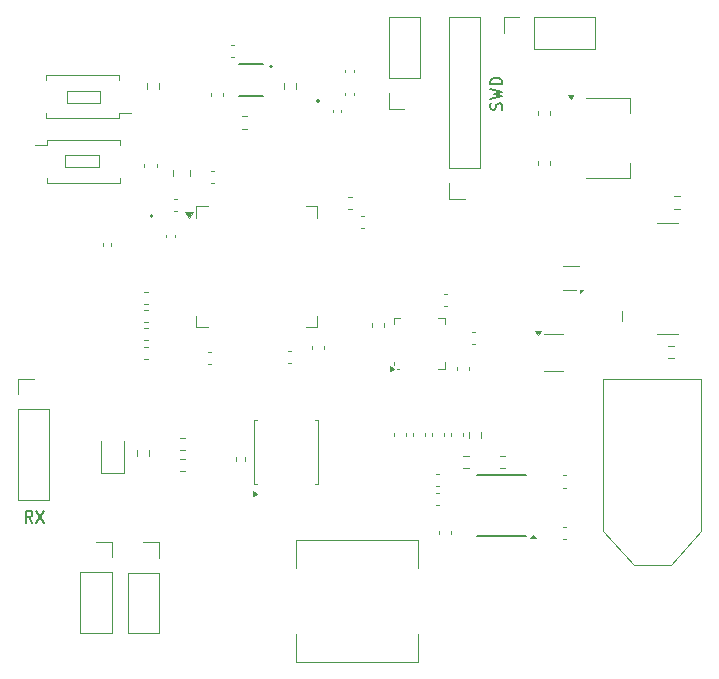
<source format=gbr>
%TF.GenerationSoftware,KiCad,Pcbnew,8.0.5*%
%TF.CreationDate,2024-09-26T23:28:09-07:00*%
%TF.ProjectId,STM32F405 Flight Controller,53544d33-3246-4343-9035-20466c696768,rev?*%
%TF.SameCoordinates,Original*%
%TF.FileFunction,Legend,Top*%
%TF.FilePolarity,Positive*%
%FSLAX46Y46*%
G04 Gerber Fmt 4.6, Leading zero omitted, Abs format (unit mm)*
G04 Created by KiCad (PCBNEW 8.0.5) date 2024-09-26 23:28:09*
%MOMM*%
%LPD*%
G01*
G04 APERTURE LIST*
%ADD10C,0.150000*%
%ADD11C,0.120000*%
%ADD12C,0.200000*%
%ADD13C,0.127000*%
G04 APERTURE END LIST*
D10*
X130708207Y-104669819D02*
X130374874Y-104193628D01*
X130136779Y-104669819D02*
X130136779Y-103669819D01*
X130136779Y-103669819D02*
X130517731Y-103669819D01*
X130517731Y-103669819D02*
X130612969Y-103717438D01*
X130612969Y-103717438D02*
X130660588Y-103765057D01*
X130660588Y-103765057D02*
X130708207Y-103860295D01*
X130708207Y-103860295D02*
X130708207Y-104003152D01*
X130708207Y-104003152D02*
X130660588Y-104098390D01*
X130660588Y-104098390D02*
X130612969Y-104146009D01*
X130612969Y-104146009D02*
X130517731Y-104193628D01*
X130517731Y-104193628D02*
X130136779Y-104193628D01*
X131041541Y-103669819D02*
X131708207Y-104669819D01*
X131708207Y-103669819D02*
X131041541Y-104669819D01*
X170422200Y-69710839D02*
X170469819Y-69567982D01*
X170469819Y-69567982D02*
X170469819Y-69329887D01*
X170469819Y-69329887D02*
X170422200Y-69234649D01*
X170422200Y-69234649D02*
X170374580Y-69187030D01*
X170374580Y-69187030D02*
X170279342Y-69139411D01*
X170279342Y-69139411D02*
X170184104Y-69139411D01*
X170184104Y-69139411D02*
X170088866Y-69187030D01*
X170088866Y-69187030D02*
X170041247Y-69234649D01*
X170041247Y-69234649D02*
X169993628Y-69329887D01*
X169993628Y-69329887D02*
X169946009Y-69520363D01*
X169946009Y-69520363D02*
X169898390Y-69615601D01*
X169898390Y-69615601D02*
X169850771Y-69663220D01*
X169850771Y-69663220D02*
X169755533Y-69710839D01*
X169755533Y-69710839D02*
X169660295Y-69710839D01*
X169660295Y-69710839D02*
X169565057Y-69663220D01*
X169565057Y-69663220D02*
X169517438Y-69615601D01*
X169517438Y-69615601D02*
X169469819Y-69520363D01*
X169469819Y-69520363D02*
X169469819Y-69282268D01*
X169469819Y-69282268D02*
X169517438Y-69139411D01*
X169469819Y-68806077D02*
X170469819Y-68567982D01*
X170469819Y-68567982D02*
X169755533Y-68377506D01*
X169755533Y-68377506D02*
X170469819Y-68187030D01*
X170469819Y-68187030D02*
X169469819Y-67948935D01*
X170469819Y-67567982D02*
X169469819Y-67567982D01*
X169469819Y-67567982D02*
X169469819Y-67329887D01*
X169469819Y-67329887D02*
X169517438Y-67187030D01*
X169517438Y-67187030D02*
X169612676Y-67091792D01*
X169612676Y-67091792D02*
X169707914Y-67044173D01*
X169707914Y-67044173D02*
X169898390Y-66996554D01*
X169898390Y-66996554D02*
X170041247Y-66996554D01*
X170041247Y-66996554D02*
X170231723Y-67044173D01*
X170231723Y-67044173D02*
X170326961Y-67091792D01*
X170326961Y-67091792D02*
X170422200Y-67187030D01*
X170422200Y-67187030D02*
X170469819Y-67329887D01*
X170469819Y-67329887D02*
X170469819Y-67567982D01*
D11*
%TO.C,C8*%
X142565000Y-75361252D02*
X142565000Y-74838748D01*
X144035000Y-75361252D02*
X144035000Y-74838748D01*
%TO.C,J1*%
X183545000Y-88680000D02*
X185325000Y-88680000D01*
X180625000Y-86780000D02*
X180625000Y-87580000D01*
X183545000Y-79280000D02*
X185325000Y-79280000D01*
D12*
%TO.C,U5*%
X154990000Y-68967500D02*
G75*
G02*
X154790000Y-68967500I-100000J0D01*
G01*
X154790000Y-68967500D02*
G75*
G02*
X154990000Y-68967500I100000J0D01*
G01*
D11*
%TO.C,C34*%
X159470000Y-87804420D02*
X159470000Y-88085580D01*
X160490000Y-87804420D02*
X160490000Y-88085580D01*
%TO.C,C5*%
X154369750Y-89729920D02*
X154369750Y-90011080D01*
X155389750Y-89729920D02*
X155389750Y-90011080D01*
%TO.C,C33*%
X168170580Y-88490000D02*
X167889420Y-88490000D01*
X168170580Y-89510000D02*
X167889420Y-89510000D01*
%TO.C,C9*%
X140460134Y-85112298D02*
X140178974Y-85112298D01*
X140460134Y-86132298D02*
X140178974Y-86132298D01*
%TO.C,C19*%
X165152328Y-100580892D02*
X164871168Y-100580892D01*
X165152328Y-101600892D02*
X164871168Y-101600892D01*
%TO.C,R4*%
X170737258Y-99032500D02*
X170262742Y-99032500D01*
X170737258Y-100077500D02*
X170262742Y-100077500D01*
%TO.C,FB1*%
X140144221Y-88219250D02*
X140469779Y-88219250D01*
X140144221Y-89239250D02*
X140469779Y-89239250D01*
%TO.C,R9*%
X139522500Y-99012258D02*
X139522500Y-98537742D01*
X140567500Y-99012258D02*
X140567500Y-98537742D01*
D10*
%TO.C,U7*%
X172475000Y-100625000D02*
X168325000Y-100625000D01*
X172475000Y-105775000D02*
X168325000Y-105775000D01*
D11*
X173315000Y-106005000D02*
X172835000Y-106005000D01*
X173075000Y-105675000D01*
X173315000Y-106005000D01*
G36*
X173315000Y-106005000D02*
G01*
X172835000Y-106005000D01*
X173075000Y-105675000D01*
X173315000Y-106005000D01*
G37*
%TO.C,SW2*%
X131900000Y-72250000D02*
X131900000Y-72710000D01*
X131900000Y-72710000D02*
X130900000Y-72710000D01*
X131900000Y-75490000D02*
X131900000Y-75950000D01*
X131900000Y-75950000D02*
X138100000Y-75950000D01*
X138100000Y-72250000D02*
X131900000Y-72250000D01*
X138100000Y-72250000D02*
X138100000Y-72710000D01*
X138100000Y-75490000D02*
X138100000Y-75950000D01*
X133500000Y-73550000D02*
X136350000Y-73550000D01*
X136350000Y-74600000D01*
X133500000Y-74600000D01*
X133500000Y-73550000D01*
%TO.C,C14*%
X157197500Y-66522836D02*
X157197500Y-66307164D01*
X157917500Y-66522836D02*
X157917500Y-66307164D01*
%TO.C,C25*%
X173540000Y-74079208D02*
X173540000Y-74360368D01*
X174560000Y-74079208D02*
X174560000Y-74360368D01*
%TO.C,C29*%
X142040000Y-80292164D02*
X142040000Y-80507836D01*
X142760000Y-80292164D02*
X142760000Y-80507836D01*
%TO.C,C17*%
X165150580Y-102125000D02*
X164869420Y-102125000D01*
X165150580Y-103145000D02*
X164869420Y-103145000D01*
%TO.C,C2*%
X147765580Y-64190000D02*
X147484420Y-64190000D01*
X147765580Y-65210000D02*
X147484420Y-65210000D01*
%TO.C,C15*%
X175617382Y-105036201D02*
X175898542Y-105036201D01*
X175617382Y-106056201D02*
X175898542Y-106056201D01*
%TO.C,U1*%
X144584000Y-77898500D02*
X144584000Y-78848500D01*
X144584000Y-88118500D02*
X144584000Y-87168500D01*
X145534000Y-77898500D02*
X144584000Y-77898500D01*
X145534000Y-88118500D02*
X144584000Y-88118500D01*
X153854000Y-77898500D02*
X154804000Y-77898500D01*
X153854000Y-88118500D02*
X154804000Y-88118500D01*
X154804000Y-77898500D02*
X154804000Y-78848500D01*
X154804000Y-88118500D02*
X154804000Y-87168500D01*
X143969000Y-78848500D02*
X143629000Y-78378500D01*
X144309000Y-78378500D01*
X143969000Y-78848500D01*
G36*
X143969000Y-78848500D02*
G01*
X143629000Y-78378500D01*
X144309000Y-78378500D01*
X143969000Y-78848500D01*
G37*
%TO.C,C26*%
X152625580Y-90110000D02*
X152344420Y-90110000D01*
X152625580Y-91130000D02*
X152344420Y-91130000D01*
%TO.C,D1*%
X177067119Y-85232500D02*
X177067119Y-84952500D01*
X177347119Y-84952500D01*
X177067119Y-85232500D01*
G36*
X177067119Y-85232500D02*
G01*
X177067119Y-84952500D01*
X177347119Y-84952500D01*
X177067119Y-85232500D01*
G37*
X175647119Y-84952500D02*
X176697119Y-84952500D01*
X175647119Y-82972500D02*
X176947119Y-82972500D01*
%TO.C,R12*%
X147920000Y-99146359D02*
X147920000Y-99453641D01*
X148680000Y-99146359D02*
X148680000Y-99453641D01*
%TO.C,J3*%
X134745000Y-108870000D02*
X134745000Y-114010000D01*
X134745000Y-108870000D02*
X137405000Y-108870000D01*
X134745000Y-114010000D02*
X137405000Y-114010000D01*
X136075000Y-106270000D02*
X137405000Y-106270000D01*
X137405000Y-106270000D02*
X137405000Y-107600000D01*
X137405000Y-108870000D02*
X137405000Y-114010000D01*
%TO.C,R5*%
X167162742Y-99012500D02*
X167637258Y-99012500D01*
X167162742Y-100057500D02*
X167637258Y-100057500D01*
%TO.C,U8*%
X149475000Y-95975000D02*
X149735000Y-95975000D01*
X149475000Y-98700000D02*
X149475000Y-95975000D01*
X149475000Y-98700000D02*
X149475000Y-101425000D01*
X149475000Y-101425000D02*
X149735000Y-101425000D01*
X154925000Y-95975000D02*
X154665000Y-95975000D01*
X154925000Y-98700000D02*
X154925000Y-95975000D01*
X154925000Y-98700000D02*
X154925000Y-101425000D01*
X154925000Y-101425000D02*
X154665000Y-101425000D01*
X149735000Y-102207500D02*
X149405000Y-102447500D01*
X149405000Y-101967500D01*
X149735000Y-102207500D01*
G36*
X149735000Y-102207500D02*
G01*
X149405000Y-102447500D01*
X149405000Y-101967500D01*
X149735000Y-102207500D01*
G37*
%TO.C,C12*%
X156140000Y-69692164D02*
X156140000Y-69907836D01*
X156860000Y-69692164D02*
X156860000Y-69907836D01*
%TO.C,R2*%
X185027742Y-77037500D02*
X185502258Y-77037500D01*
X185027742Y-78082500D02*
X185502258Y-78082500D01*
%TO.C,C1*%
X145790000Y-68284420D02*
X145790000Y-68565580D01*
X146810000Y-68284420D02*
X146810000Y-68565580D01*
D13*
%TO.C,U3*%
X148220000Y-65855000D02*
X150220000Y-65855000D01*
X148220000Y-68555000D02*
X150220000Y-68555000D01*
D12*
X151015000Y-66055000D02*
G75*
G02*
X150815000Y-66055000I-100000J0D01*
G01*
X150815000Y-66055000D02*
G75*
G02*
X151015000Y-66055000I100000J0D01*
G01*
D11*
%TO.C,C32*%
X165562307Y-85306283D02*
X165843467Y-85306283D01*
X165562307Y-86326283D02*
X165843467Y-86326283D01*
%TO.C,C10*%
X140455080Y-86669250D02*
X140173920Y-86669250D01*
X140455080Y-87689250D02*
X140173920Y-87689250D01*
%TO.C,C7*%
X142965580Y-77290000D02*
X142684420Y-77290000D01*
X142965580Y-78310000D02*
X142684420Y-78310000D01*
%TO.C,C22*%
X164508318Y-97074420D02*
X164508318Y-97355580D01*
X165528318Y-97074420D02*
X165528318Y-97355580D01*
%TO.C,J2*%
X179050000Y-92550000D02*
X179050000Y-105400000D01*
X179050000Y-105400000D02*
X181600000Y-108250000D01*
X181600000Y-108250000D02*
X184750000Y-108250000D01*
X184750000Y-108250000D02*
X187350000Y-105400000D01*
X187350000Y-92550000D02*
X179050000Y-92550000D01*
X187350000Y-105400000D02*
X187350000Y-92550000D01*
%TO.C,R10*%
X143647258Y-99285500D02*
X143172742Y-99285500D01*
X143647258Y-100330500D02*
X143172742Y-100330500D01*
%TO.C,C6*%
X145865580Y-90255750D02*
X145584420Y-90255750D01*
X145865580Y-91275750D02*
X145584420Y-91275750D01*
%TO.C,C11*%
X140184420Y-89790000D02*
X140465580Y-89790000D01*
X140184420Y-90810000D02*
X140465580Y-90810000D01*
%TO.C,C23*%
X166108318Y-97074420D02*
X166108318Y-97355580D01*
X167128318Y-97074420D02*
X167128318Y-97355580D01*
%TO.C,C20*%
X161308318Y-97049420D02*
X161308318Y-97330580D01*
X162328318Y-97049420D02*
X162328318Y-97330580D01*
%TO.C,U4*%
X177550000Y-68690000D02*
X181310000Y-68690000D01*
X177550000Y-75510000D02*
X181310000Y-75510000D01*
X181310000Y-68690000D02*
X181310000Y-69950000D01*
X181310000Y-75510000D02*
X181310000Y-74250000D01*
X176270000Y-68790000D02*
X176030000Y-68460000D01*
X176510000Y-68460000D01*
X176270000Y-68790000D01*
G36*
X176270000Y-68790000D02*
G01*
X176030000Y-68460000D01*
X176510000Y-68460000D01*
X176270000Y-68790000D01*
G37*
%TO.C,R8*%
X148437742Y-70277500D02*
X148912258Y-70277500D01*
X148437742Y-71322500D02*
X148912258Y-71322500D01*
%TO.C,C31*%
X166690000Y-91740580D02*
X166690000Y-91459420D01*
X167710000Y-91740580D02*
X167710000Y-91459420D01*
%TO.C,J7*%
X165970000Y-74630000D02*
X165970000Y-61870000D01*
X165970000Y-77230000D02*
X165970000Y-75900000D01*
X167300000Y-77230000D02*
X165970000Y-77230000D01*
X168630000Y-61870000D02*
X165970000Y-61870000D01*
X168630000Y-74630000D02*
X165970000Y-74630000D01*
X168630000Y-74630000D02*
X168630000Y-61870000D01*
%TO.C,J4*%
X138770000Y-108895000D02*
X138770000Y-114035000D01*
X138770000Y-108895000D02*
X141430000Y-108895000D01*
X138770000Y-114035000D02*
X141430000Y-114035000D01*
X140100000Y-106295000D02*
X141430000Y-106295000D01*
X141430000Y-106295000D02*
X141430000Y-107625000D01*
X141430000Y-108895000D02*
X141430000Y-114035000D01*
%TO.C,J5*%
X160870000Y-67030000D02*
X160870000Y-61890000D01*
X160870000Y-69630000D02*
X160870000Y-68300000D01*
X162200000Y-69630000D02*
X160870000Y-69630000D01*
X163530000Y-61890000D02*
X160870000Y-61890000D01*
X163530000Y-67030000D02*
X160870000Y-67030000D01*
X163530000Y-67030000D02*
X163530000Y-61890000D01*
%TO.C,L1*%
X153020000Y-106120000D02*
X153020000Y-108525000D01*
X153020000Y-116480000D02*
X153020000Y-114075000D01*
X163380000Y-106120000D02*
X153020000Y-106120000D01*
X163380000Y-108525000D02*
X163380000Y-106120000D01*
X163380000Y-114075000D02*
X163380000Y-116480000D01*
X163380000Y-116480000D02*
X153020000Y-116480000D01*
%TO.C,C28*%
X140190000Y-74565580D02*
X140190000Y-74284420D01*
X141210000Y-74565580D02*
X141210000Y-74284420D01*
%TO.C,U6*%
X129470000Y-92490000D02*
X130800000Y-92490000D01*
X129470000Y-93820000D02*
X129470000Y-92490000D01*
X129470000Y-95090000D02*
X129470000Y-102770000D01*
X129470000Y-95090000D02*
X132130000Y-95090000D01*
X129470000Y-102770000D02*
X132130000Y-102770000D01*
X132130000Y-95090000D02*
X132130000Y-102770000D01*
D12*
%TO.C,Y1*%
X140900000Y-78700000D02*
G75*
G02*
X140700000Y-78700000I-100000J0D01*
G01*
X140700000Y-78700000D02*
G75*
G02*
X140900000Y-78700000I100000J0D01*
G01*
D11*
%TO.C,D3*%
X136545000Y-97775000D02*
X136545000Y-100460000D01*
X136545000Y-100460000D02*
X138465000Y-100460000D01*
X138465000Y-100460000D02*
X138465000Y-97775000D01*
%TO.C,C30*%
X136640000Y-80992164D02*
X136640000Y-81207836D01*
X137360000Y-80992164D02*
X137360000Y-81207836D01*
%TO.C,R1*%
X184552742Y-89697500D02*
X185027258Y-89697500D01*
X184552742Y-90742500D02*
X185027258Y-90742500D01*
%TO.C,R6*%
X167677500Y-97472258D02*
X167677500Y-96997742D01*
X168722500Y-97472258D02*
X168722500Y-96997742D01*
%TO.C,C3*%
X145784420Y-74890000D02*
X146065580Y-74890000D01*
X145784420Y-75910000D02*
X146065580Y-75910000D01*
%TO.C,SW1*%
X131850000Y-67210000D02*
X131850000Y-66750000D01*
X131850000Y-70450000D02*
X131850000Y-69990000D01*
X131850000Y-70450000D02*
X138050000Y-70450000D01*
X138050000Y-66750000D02*
X131850000Y-66750000D01*
X138050000Y-67210000D02*
X138050000Y-66750000D01*
X138050000Y-69990000D02*
X139050000Y-69990000D01*
X138050000Y-70450000D02*
X138050000Y-69990000D01*
X136450000Y-69150000D02*
X133600000Y-69150000D01*
X133600000Y-68100000D01*
X136450000Y-68100000D01*
X136450000Y-69150000D01*
%TO.C,C18*%
X165118750Y-105365670D02*
X165118750Y-105646830D01*
X166138750Y-105365670D02*
X166138750Y-105646830D01*
%TO.C,C4*%
X157439420Y-77070000D02*
X157720580Y-77070000D01*
X157439420Y-78090000D02*
X157720580Y-78090000D01*
%TO.C,C27*%
X158519420Y-78670000D02*
X158800580Y-78670000D01*
X158519420Y-79690000D02*
X158800580Y-79690000D01*
%TO.C,R7*%
X151977500Y-67462742D02*
X151977500Y-67937258D01*
X153022500Y-67462742D02*
X153022500Y-67937258D01*
%TO.C,D2*%
X174812500Y-88740000D02*
X174012500Y-88740000D01*
X174812500Y-88740000D02*
X175612500Y-88740000D01*
X174812500Y-91860000D02*
X174012500Y-91860000D01*
X174812500Y-91860000D02*
X175612500Y-91860000D01*
X173512500Y-88790000D02*
X173272500Y-88460000D01*
X173752500Y-88460000D01*
X173512500Y-88790000D01*
G36*
X173512500Y-88790000D02*
G01*
X173272500Y-88460000D01*
X173752500Y-88460000D01*
X173512500Y-88790000D01*
G37*
%TO.C,R11*%
X143172742Y-97507500D02*
X143647258Y-97507500D01*
X143172742Y-98552500D02*
X143647258Y-98552500D01*
%TO.C,C24*%
X173540000Y-70140580D02*
X173540000Y-69859420D01*
X174560000Y-70140580D02*
X174560000Y-69859420D01*
%TO.C,C21*%
X162908318Y-97074420D02*
X162908318Y-97355580D01*
X163928318Y-97074420D02*
X163928318Y-97355580D01*
%TO.C,R3*%
X140377500Y-67462742D02*
X140377500Y-67937258D01*
X141422500Y-67462742D02*
X141422500Y-67937258D01*
%TO.C,C16*%
X175632317Y-100678032D02*
X175913477Y-100678032D01*
X175632317Y-101698032D02*
X175913477Y-101698032D01*
%TO.C,U2*%
X161310000Y-87320000D02*
X161310000Y-87845000D01*
X161310000Y-87320000D02*
X161835000Y-87320000D01*
X161310000Y-91095000D02*
X161310000Y-91320000D01*
X161775000Y-91620000D02*
X161550000Y-91620000D01*
X165610000Y-87320000D02*
X165085000Y-87320000D01*
X165610000Y-87320000D02*
X165610000Y-87845000D01*
X165610000Y-91620000D02*
X165085000Y-91620000D01*
X165610000Y-91620000D02*
X165610000Y-91095000D01*
X161310000Y-91620000D02*
X160980000Y-91860000D01*
X160980000Y-91380000D01*
X161310000Y-91620000D01*
G36*
X161310000Y-91620000D02*
G01*
X160980000Y-91860000D01*
X160980000Y-91380000D01*
X161310000Y-91620000D01*
G37*
%TO.C,J6*%
X170590000Y-61870000D02*
X171920000Y-61870000D01*
X170590000Y-63200000D02*
X170590000Y-61870000D01*
X173190000Y-61870000D02*
X178330000Y-61870000D01*
X173190000Y-64530000D02*
X173190000Y-61870000D01*
X173190000Y-64530000D02*
X178330000Y-64530000D01*
X178330000Y-64530000D02*
X178330000Y-61870000D01*
%TO.C,C13*%
X157197500Y-68257164D02*
X157197500Y-68472836D01*
X157917500Y-68257164D02*
X157917500Y-68472836D01*
%TD*%
M02*

</source>
